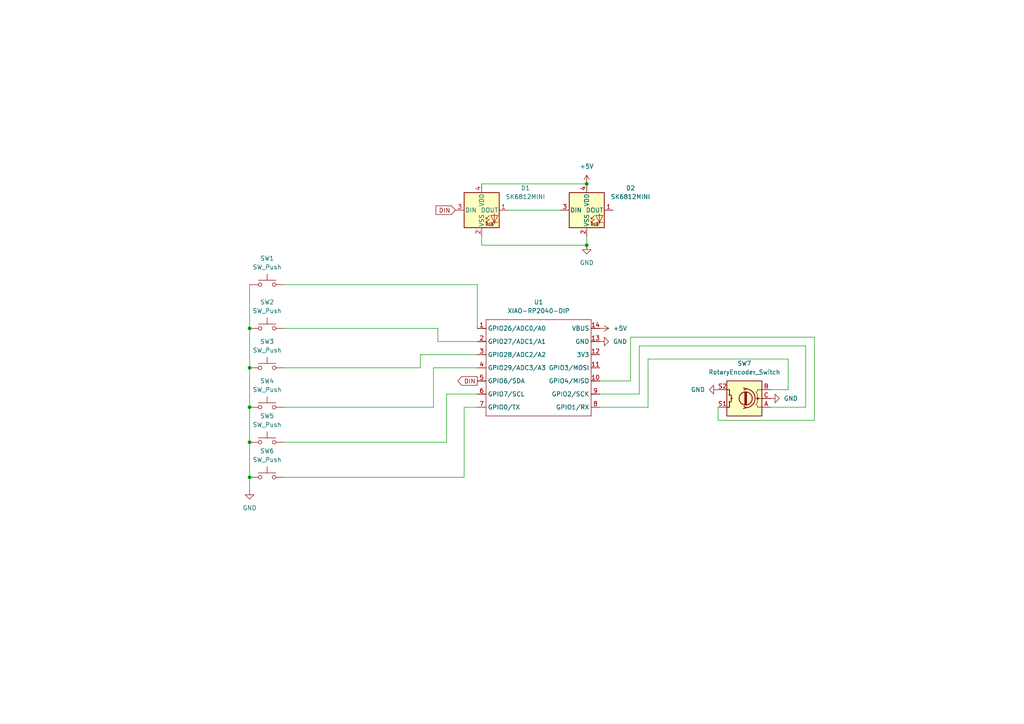
<source format=kicad_sch>
(kicad_sch (version 20250114) (generator "eeschema") (generator_version "9.0")
  (paper "A4")
  (lib_symbols
    (symbol "Device:RotaryEncoder_Switch" (pin_names (offset 0.254) (hide yes))
      (property "Reference" "SW" (at 0 6.604 0))
      (property "Value" "RotaryEncoder_Switch" (at 0 -6.604 0))
      (symbol "RotaryEncoder_Switch_0_1"
        (rectangle (start -5.08 5.08) (end 5.08 -5.08) (stroke (width 0.254)) (fill (type background)))
        (polyline (pts (xy -5.08 2.54) (xy -3.81 2.54) (xy -3.81 2.032)))
        (polyline (pts (xy -5.08 0) (xy -3.81 0) (xy -3.81 -1.016) (xy -3.302 -2.032)))
        (polyline (pts (xy -5.08 -2.54) (xy -3.81 -2.54) (xy -3.81 -2.032)))
        (polyline (pts (xy -4.318 0) (xy -3.81 0) (xy -3.81 1.016) (xy -3.302 2.032)))
        (circle (center -3.81 0) (radius 0.254) (fill (type outline)))
        (polyline (pts (xy -0.635 -1.778) (xy -0.635 1.778)) (stroke (width 0.254)))
        (circle (center -0.381 0) (radius 1.905) (stroke (width 0.254)))
        (polyline (pts (xy -0.381 -1.778) (xy -0.381 1.778)) (stroke (width 0.254)))
        (arc (start -0.381 -2.794) (mid -3.0988 -0.0635) (end -0.381 2.667) (stroke (width 0.254)))
        (polyline (pts (xy -0.127 1.778) (xy -0.127 -1.778)) (stroke (width 0.254)))
        (polyline (pts (xy 0.254 2.921) (xy -0.508 2.667) (xy 0.127 2.286)) (stroke (width 0.254)))
        (polyline (pts (xy 0.254 -3.048) (xy -0.508 -2.794) (xy 0.127 -2.413)) (stroke (width 0.254)))
        (polyline (pts (xy 3.81 1.016) (xy 3.81 -1.016)) (stroke (width 0.254)))
        (polyline (pts (xy 3.81 0) (xy 3.429 0)) (stroke (width 0.254)))
        (circle (center 4.318 1.016) (radius 0.127) (stroke (width 0.254)))
        (circle (center 4.318 -1.016) (radius 0.127) (stroke (width 0.254)))
        (polyline (pts (xy 5.08 2.54) (xy 4.318 2.54) (xy 4.318 1.016)) (stroke (width 0.254)))
        (polyline (pts (xy 5.08 -2.54) (xy 4.318 -2.54) (xy 4.318 -1.016)) (stroke (width 0.254)))
      )
      (symbol "RotaryEncoder_Switch_1_1"
        (pin passive line (at -7.62 2.54 0) (length 2.54) (name "A") (number "A"))
        (pin passive line (at -7.62 0 0) (length 2.54) (name "C") (number "C"))
        (pin passive line (at -7.62 -2.54 0) (length 2.54) (name "B") (number "B"))
        (pin passive line (at 7.62 2.54 180) (length 2.54) (name "S1") (number "S1"))
        (pin passive line (at 7.62 -2.54 180) (length 2.54) (name "S2") (number "S2"))
      )
    )
    (symbol "LED:SK6812MINI" (pin_names (offset 0.254))
      (property "Reference" "D" (at 5.08 5.715 0))
      (property "Value" "SK6812MINI" (at 1.27 -5.715 0))
      (symbol "SK6812MINI_0_0"
        (text "RGB" (at 2.286 -4.191 0) (effects (font (size 0.762 0.762))))
      )
      (symbol "SK6812MINI_0_1"
        (polyline (pts (xy 1.27 -2.54) (xy 1.778 -2.54)))
        (polyline (pts (xy 1.27 -3.556) (xy 1.778 -3.556)))
        (polyline (pts (xy 2.286 -1.524) (xy 1.27 -2.54) (xy 1.27 -2.032)))
        (polyline (pts (xy 2.286 -2.54) (xy 1.27 -3.556) (xy 1.27 -3.048)))
        (polyline (pts (xy 3.683 -1.016) (xy 3.683 -3.556) (xy 3.683 -4.064)))
        (polyline (pts (xy 4.699 -1.524) (xy 2.667 -1.524) (xy 3.683 -3.556) (xy 4.699 -1.524)))
        (polyline (pts (xy 4.699 -3.556) (xy 2.667 -3.556)))
        (rectangle (start 5.08 5.08) (end -5.08 -5.08) (stroke (width 0.254)) (fill (type background)))
      )
      (symbol "SK6812MINI_1_1"
        (pin input line (at -7.62 0 0) (length 2.54) (name "DIN") (number "3"))
        (pin power_in line (at 0 7.62 270) (length 2.54) (name "VDD") (number "4"))
        (pin power_in line (at 0 -7.62 90) (length 2.54) (name "VSS") (number "2"))
        (pin output line (at 7.62 0 180) (length 2.54) (name "DOUT") (number "1"))
      )
    )
    (symbol "OPL:XIAO-RP2040-DIP"
      (property "Reference" "U" (at 0 0 0))
      (property "Value" "XIAO-RP2040-DIP" (at 5.334 -1.778 0))
      (symbol "XIAO-RP2040-DIP_1_0"
        (polyline (pts (xy -1.27 -2.54) (xy 29.21 -2.54)) (stroke (width 0.1524)))
        (polyline (pts (xy -1.27 -5.08) (xy -2.54 -5.08)) (stroke (width 0.1524)))
        (polyline (pts (xy -1.27 -5.08) (xy -1.27 -2.54)) (stroke (width 0.1524)))
        (polyline (pts (xy -1.27 -8.89) (xy -2.54 -8.89)) (stroke (width 0.1524)))
        (polyline (pts (xy -1.27 -8.89) (xy -1.27 -5.08)) (stroke (width 0.1524)))
        (polyline (pts (xy -1.27 -12.7) (xy -2.54 -12.7)) (stroke (width 0.1524)))
        (polyline (pts (xy -1.27 -12.7) (xy -1.27 -8.89)) (stroke (width 0.1524)))
        (polyline (pts (xy -1.27 -16.51) (xy -2.54 -16.51)) (stroke (width 0.1524)))
        (polyline (pts (xy -1.27 -16.51) (xy -1.27 -12.7)) (stroke (width 0.1524)))
        (polyline (pts (xy -1.27 -20.32) (xy -2.54 -20.32)) (stroke (width 0.1524)))
        (polyline (pts (xy -1.27 -24.13) (xy -2.54 -24.13)) (stroke (width 0.1524)))
        (polyline (pts (xy -1.27 -27.94) (xy -2.54 -27.94)) (stroke (width 0.1524)))
        (polyline (pts (xy -1.27 -30.48) (xy -1.27 -16.51)) (stroke (width 0.1524)))
        (polyline (pts (xy 29.21 -2.54) (xy 29.21 -5.08)) (stroke (width 0.1524)))
        (polyline (pts (xy 29.21 -5.08) (xy 29.21 -8.89)) (stroke (width 0.1524)))
        (polyline (pts (xy 29.21 -8.89) (xy 29.21 -12.7)) (stroke (width 0.1524)))
        (polyline (pts (xy 29.21 -12.7) (xy 29.21 -30.48)) (stroke (width 0.1524)))
        (polyline (pts (xy 29.21 -30.48) (xy -1.27 -30.48)) (stroke (width 0.1524)))
        (polyline (pts (xy 30.48 -5.08) (xy 29.21 -5.08)) (stroke (width 0.1524)))
        (polyline (pts (xy 30.48 -8.89) (xy 29.21 -8.89)) (stroke (width 0.1524)))
        (polyline (pts (xy 30.48 -12.7) (xy 29.21 -12.7)) (stroke (width 0.1524)))
        (polyline (pts (xy 30.48 -16.51) (xy 29.21 -16.51)) (stroke (width 0.1524)))
        (polyline (pts (xy 30.48 -20.32) (xy 29.21 -20.32)) (stroke (width 0.1524)))
        (polyline (pts (xy 30.48 -24.13) (xy 29.21 -24.13)) (stroke (width 0.1524)))
        (polyline (pts (xy 30.48 -27.94) (xy 29.21 -27.94)) (stroke (width 0.1524)))
        (pin passive line (at -3.81 -5.08 0) (length 2.54) (name "GPIO26/ADC0/A0") (number "1"))
        (pin passive line (at -3.81 -8.89 0) (length 2.54) (name "GPIO27/ADC1/A1") (number "2"))
        (pin passive line (at -3.81 -12.7 0) (length 2.54) (name "GPIO28/ADC2/A2") (number "3"))
        (pin passive line (at -3.81 -16.51 0) (length 2.54) (name "GPIO29/ADC3/A3") (number "4"))
        (pin passive line (at -3.81 -20.32 0) (length 2.54) (name "GPIO6/SDA") (number "5"))
        (pin passive line (at -3.81 -24.13 0) (length 2.54) (name "GPIO7/SCL") (number "6"))
        (pin passive line (at -3.81 -27.94 0) (length 2.54) (name "GPIO0/TX") (number "7"))
        (pin passive line (at 31.75 -5.08 180) (length 2.54) (name "VBUS") (number "14"))
        (pin passive line (at 31.75 -8.89 180) (length 2.54) (name "GND") (number "13"))
        (pin passive line (at 31.75 -12.7 180) (length 2.54) (name "3V3") (number "12"))
        (pin passive line (at 31.75 -16.51 180) (length 2.54) (name "GPIO3/MOSI") (number "11"))
        (pin passive line (at 31.75 -20.32 180) (length 2.54) (name "GPIO4/MISO") (number "10"))
        (pin passive line (at 31.75 -24.13 180) (length 2.54) (name "GPIO2/SCK") (number "9"))
        (pin passive line (at 31.75 -27.94 180) (length 2.54) (name "GPIO1/RX") (number "8"))
      )
    )
    (symbol "Switch:SW_Push" (pin_numbers (hide yes)) (pin_names (offset 1.016) (hide yes))
      (property "Reference" "SW" (at 1.27 2.54 0))
      (property "Value" "SW_Push" (at 0 -1.524 0))
      (symbol "SW_Push_0_1"
        (circle (center -2.032 0) (radius 0.508))
        (polyline (pts (xy 0 1.27) (xy 0 3.048)))
        (circle (center 2.032 0) (radius 0.508))
        (polyline (pts (xy 2.54 1.27) (xy -2.54 1.27)))
        (pin passive line (at -5.08 0 0) (length 2.54) (name "1") (number "1"))
        (pin passive line (at 5.08 0 180) (length 2.54) (name "2") (number "2"))
      )
    )
    (symbol "power:+5V" (power) (pin_numbers (hide yes)) (pin_names (offset 0) (hide yes))
      (property "Value" "+5V" (at 0 3.556 0))
      (symbol "+5V_0_1"
        (polyline (pts (xy -0.762 1.27) (xy 0 2.54)))
        (polyline (pts (xy 0 2.54) (xy 0.762 1.27)))
        (polyline (pts (xy 0 0) (xy 0 2.54)))
      )
      (symbol "+5V_1_1"
        (pin power_in line (at 0 0 90) (length 0) (name "~") (number "1"))
      )
    )
    (symbol "power:GND" (power) (pin_numbers (hide yes)) (pin_names (offset 0) (hide yes))
      (property "Value" "GND" (at 0 -3.81 0))
      (symbol "GND_0_1"
        (polyline (pts (xy 0 0) (xy 0 -1.27) (xy 1.27 -1.27) (xy 0 -2.54) (xy -1.27 -1.27) (xy 0 -1.27)))
      )
      (symbol "GND_1_1"
        (pin power_in line (at 0 0 270) (length 0) (name "~") (number "1"))
      )
    )
  )
  (junction (at 72.39 138.43))
  (junction (at 72.39 118.11))
  (junction (at 72.39 95.25))
  (junction (at 170.18 71.12))
  (junction (at 170.18 53.34))
  (junction (at 72.39 128.27))
  (junction (at 72.39 106.68))
  (wire (pts (xy 82.55 128.27) (xy 129.54 128.27)))
  (wire (pts (xy 82.55 118.11) (xy 125.73 118.11)))
  (wire (pts (xy 72.39 138.43) (xy 72.39 142.24)))
  (wire (pts (xy 139.7 68.58) (xy 139.7 71.12)))
  (wire (pts (xy 187.96 118.11) (xy 173.99 118.11)))
  (wire (pts (xy 129.54 128.27) (xy 129.54 114.3)))
  (wire (pts (xy 147.32 60.96) (xy 162.56 60.96)))
  (wire (pts (xy 127 99.06) (xy 138.43 99.06)))
  (wire (pts (xy 139.7 71.12) (xy 170.18 71.12)))
  (wire (pts (xy 233.68 100.33) (xy 185.42 100.33)))
  (wire (pts (xy 187.96 104.14) (xy 187.96 118.11)))
  (wire (pts (xy 139.7 53.34) (xy 170.18 53.34)))
  (wire (pts (xy 138.43 82.55) (xy 138.43 95.25)))
  (wire (pts (xy 223.52 118.11) (xy 233.68 118.11)))
  (wire (pts (xy 72.39 106.68) (xy 72.39 118.11)))
  (wire (pts (xy 236.22 97.79) (xy 182.88 97.79)))
  (wire (pts (xy 72.39 95.25) (xy 72.39 106.68)))
  (wire (pts (xy 208.28 118.11) (xy 208.28 121.92)))
  (wire (pts (xy 185.42 114.3) (xy 173.99 114.3)))
  (wire (pts (xy 129.54 114.3) (xy 138.43 114.3)))
  (wire (pts (xy 72.39 128.27) (xy 72.39 138.43)))
  (wire (pts (xy 208.28 121.92) (xy 236.22 121.92)))
  (wire (pts (xy 134.62 138.43) (xy 134.62 118.11)))
  (wire (pts (xy 185.42 100.33) (xy 185.42 114.3)))
  (wire (pts (xy 121.92 106.68) (xy 121.92 102.87)))
  (wire (pts (xy 170.18 68.58) (xy 170.18 71.12)))
  (wire (pts (xy 182.88 97.79) (xy 182.88 110.49)))
  (wire (pts (xy 228.6 113.03) (xy 228.6 104.14)))
  (wire (pts (xy 82.55 82.55) (xy 138.43 82.55)))
  (wire (pts (xy 233.68 118.11) (xy 233.68 100.33)))
  (wire (pts (xy 228.6 104.14) (xy 187.96 104.14)))
  (wire (pts (xy 125.73 118.11) (xy 125.73 106.68)))
  (wire (pts (xy 182.88 110.49) (xy 173.99 110.49)))
  (wire (pts (xy 82.55 95.25) (xy 127 95.25)))
  (wire (pts (xy 82.55 106.68) (xy 121.92 106.68)))
  (wire (pts (xy 134.62 118.11) (xy 138.43 118.11)))
  (wire (pts (xy 127 95.25) (xy 127 99.06)))
  (wire (pts (xy 72.39 118.11) (xy 72.39 128.27)))
  (wire (pts (xy 125.73 106.68) (xy 138.43 106.68)))
  (wire (pts (xy 82.55 138.43) (xy 134.62 138.43)))
  (wire (pts (xy 223.52 113.03) (xy 228.6 113.03)))
  (wire (pts (xy 121.92 102.87) (xy 138.43 102.87)))
  (wire (pts (xy 72.39 82.55) (xy 72.39 95.25)))
  (wire (pts (xy 236.22 121.92) (xy 236.22 97.79)))
  (global_label "DIN" (shape input) (at 132.08 60.96 180) (property "Intersheetrefs" "${INTERSHEET_REFS}" (effects (hide yes))))
  (global_label "DIN" (shape output) (at 138.43 110.49 180) (property "Intersheetrefs" "${INTERSHEET_REFS}" (effects (hide yes))))
  (symbol (lib_id "power:GND") (at 173.99 99.06 90) (unit 1)
    (property "Reference" "#PWR02" (effects (hide yes)))
    (property "Value" "GND" (at 177.8 99.0599 90) (effects (justify right)))
    (property "Description" "Power symbol creates a global label with name \"GND\" , ground" (effects (hide yes)))
  )
  (symbol (lib_id "power:+5V") (at 173.99 95.25 270) (unit 1)
    (property "Reference" "#PWR03" (effects (hide yes)))
    (property "Value" "+5V" (at 177.8 95.2499 90) (effects (justify left)))
    (property "Description" "Power symbol creates a global label with name \"+5V\"" (effects (hide yes)))
  )
  (symbol (lib_id "power:+5V") (at 170.18 53.34 0) (unit 1)
    (property "Reference" "#PWR05" (effects (hide yes)))
    (property "Value" "+5V" (at 170.18 48.26 0))
    (property "Description" "Power symbol creates a global label with name \"+5V\"" (effects (hide yes)))
  )
  (symbol (lib_id "Switch:SW_Push") (at 77.47 106.68 0) (unit 1)
    (property "Reference" "SW3" (at 77.47 99.06 0))
    (property "Value" "SW_Push" (at 77.47 101.6 0))
    (property "Footprint" "Button_Switch_Keyboard:SW_Cherry_MX_1.00u_PCB" (effects (hide yes)))
    (property "Description" "Push button switch, generic, two pins" (effects (hide yes)))
  )
  (symbol (lib_id "Switch:SW_Push") (at 77.47 128.27 0) (unit 1)
    (property "Reference" "SW5" (at 77.47 120.65 0))
    (property "Value" "SW_Push" (at 77.47 123.19 0))
    (property "Footprint" "Button_Switch_Keyboard:SW_Cherry_MX_1.00u_PCB" (effects (hide yes)))
    (property "Description" "Push button switch, generic, two pins" (effects (hide yes)))
  )
  (symbol (lib_id "power:GND") (at 170.18 71.12 0) (unit 1)
    (property "Reference" "#PWR04" (effects (hide yes)))
    (property "Value" "GND" (at 170.18 76.2 0))
    (property "Description" "Power symbol creates a global label with name \"GND\" , ground" (effects (hide yes)))
  )
  (symbol (lib_id "Switch:SW_Push") (at 77.47 82.55 0) (unit 1)
    (property "Reference" "SW1" (at 77.47 74.93 0))
    (property "Value" "SW_Push" (at 77.47 77.47 0))
    (property "Footprint" "Button_Switch_Keyboard:SW_Cherry_MX_1.00u_PCB" (effects (hide yes)))
    (property "Description" "Push button switch, generic, two pins" (effects (hide yes)))
  )
  (symbol (lib_id "power:GND") (at 208.28 113.03 270) (unit 1)
    (property "Reference" "#PWR07" (effects (hide yes)))
    (property "Value" "GND" (at 204.47 113.0299 90) (effects (justify right)))
    (property "Description" "Power symbol creates a global label with name \"GND\" , ground" (effects (hide yes)))
  )
  (symbol (lib_id "power:GND") (at 72.39 142.24 0) (unit 1)
    (property "Reference" "#PWR01" (effects (hide yes)))
    (property "Value" "GND" (at 72.39 147.32 0))
    (property "Description" "Power symbol creates a global label with name \"GND\" , ground" (effects (hide yes)))
  )
  (symbol (lib_id "Switch:SW_Push") (at 77.47 95.25 0) (unit 1)
    (property "Reference" "SW2" (at 77.47 87.63 0))
    (property "Value" "SW_Push" (at 77.47 90.17 0))
    (property "Footprint" "Button_Switch_Keyboard:SW_Cherry_MX_1.00u_PCB" (effects (hide yes)))
    (property "Description" "Push button switch, generic, two pins" (effects (hide yes)))
  )
  (symbol (lib_id "LED:SK6812MINI") (at 170.18 60.96 0) (unit 1)
    (property "Reference" "D2" (at 182.88 54.5398 0))
    (property "Value" "SK6812MINI" (at 182.88 57.0798 0))
    (property "Footprint" "LED_SMD:LED_SK6812MINI_PLCC4_3.5x3.5mm_P1.75mm" (effects (hide yes)))
    (property "Datasheet" "https://cdn-shop.adafruit.com/product-files/2686/SK6812MINI_REV.01-1-2.pdf" (effects (hide yes)))
    (property "Description" "RGB LED with integrated controller" (effects (hide yes)))
  )
  (symbol (lib_id "Device:RotaryEncoder_Switch") (at 215.9 115.57 180) (unit 1)
    (property "Reference" "SW7" (at 215.9 105.41 0))
    (property "Value" "RotaryEncoder_Switch" (at 215.9 107.95 0))
    (property "Footprint" "Rotary_Encoder:RotaryEncoder_Alps_EC11E-Switch_Vertical_H20mm" (effects (hide yes)))
    (property "Description" "Rotary encoder, dual channel, incremental quadrate outputs, with switch" (effects (hide yes)))
  )
  (symbol (lib_id "OPL:XIAO-RP2040-DIP") (at 142.24 90.17 0) (unit 1)
    (property "Reference" "U1" (at 156.21 87.63 0))
    (property "Value" "XIAO-RP2040-DIP" (at 156.21 90.17 0))
    (property "Footprint" "OPL:XIAO-RP2040-DIP" (effects (hide yes)))
  )
  (symbol (lib_id "power:GND") (at 223.52 115.57 90) (unit 1)
    (property "Reference" "#PWR06" (effects (hide yes)))
    (property "Value" "GND" (at 227.33 115.5699 90) (effects (justify right)))
    (property "Description" "Power symbol creates a global label with name \"GND\" , ground" (effects (hide yes)))
  )
  (symbol (lib_id "Switch:SW_Push") (at 77.47 138.43 0) (unit 1)
    (property "Reference" "SW6" (at 77.47 130.81 0))
    (property "Value" "SW_Push" (at 77.47 133.35 0))
    (property "Footprint" "Button_Switch_Keyboard:SW_Cherry_MX_1.00u_PCB" (effects (hide yes)))
    (property "Description" "Push button switch, generic, two pins" (effects (hide yes)))
  )
  (symbol (lib_id "Switch:SW_Push") (at 77.47 118.11 0) (unit 1)
    (property "Reference" "SW4" (at 77.47 110.49 0))
    (property "Value" "SW_Push" (at 77.47 113.03 0))
    (property "Footprint" "Button_Switch_Keyboard:SW_Cherry_MX_1.00u_PCB" (effects (hide yes)))
    (property "Description" "Push button switch, generic, two pins" (effects (hide yes)))
  )
  (symbol (lib_id "LED:SK6812MINI") (at 139.7 60.96 0) (unit 1)
    (property "Reference" "D1" (at 152.4 54.5398 0))
    (property "Value" "SK6812MINI" (at 152.4 57.0798 0))
    (property "Footprint" "LED_SMD:LED_SK6812MINI_PLCC4_3.5x3.5mm_P1.75mm" (effects (hide yes)))
    (property "Datasheet" "https://cdn-shop.adafruit.com/product-files/2686/SK6812MINI_REV.01-1-2.pdf" (effects (hide yes)))
    (property "Description" "RGB LED with integrated controller" (effects (hide yes)))
  )
)
</source>
